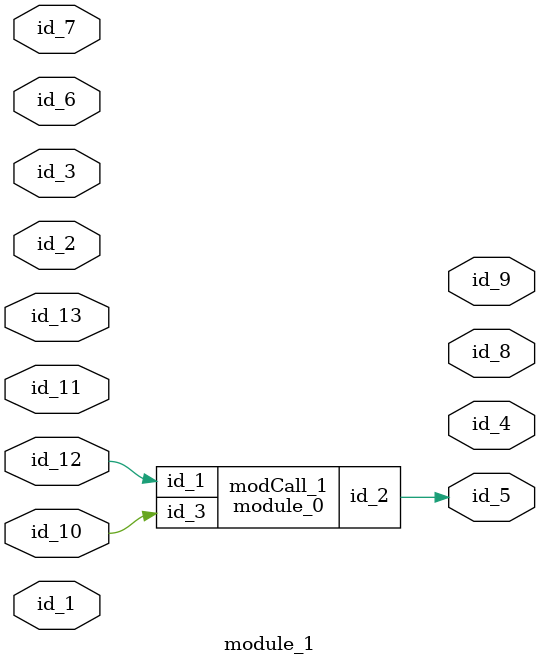
<source format=v>
module module_0 (
    id_1,
    id_2,
    id_3
);
  input wire id_3;
  output wire id_2;
  input wire id_1;
  assign id_2 = id_1;
endmodule
module module_1 (
    id_1,
    id_2,
    id_3,
    id_4,
    id_5,
    id_6,
    id_7,
    id_8,
    id_9,
    id_10,
    id_11,
    id_12,
    id_13
);
  input wire id_13;
  input wire id_12;
  input wire id_11;
  inout wire id_10;
  output wire id_9;
  output wire id_8;
  inout wire id_7;
  module_0 modCall_1 (
      id_12,
      id_5,
      id_10
  );
  inout wire id_6;
  output wire id_5;
  output wire id_4;
  inout wire id_3;
  inout wire id_2;
  inout wire id_1;
  wire id_14, \id_15 , id_16;
endmodule

</source>
